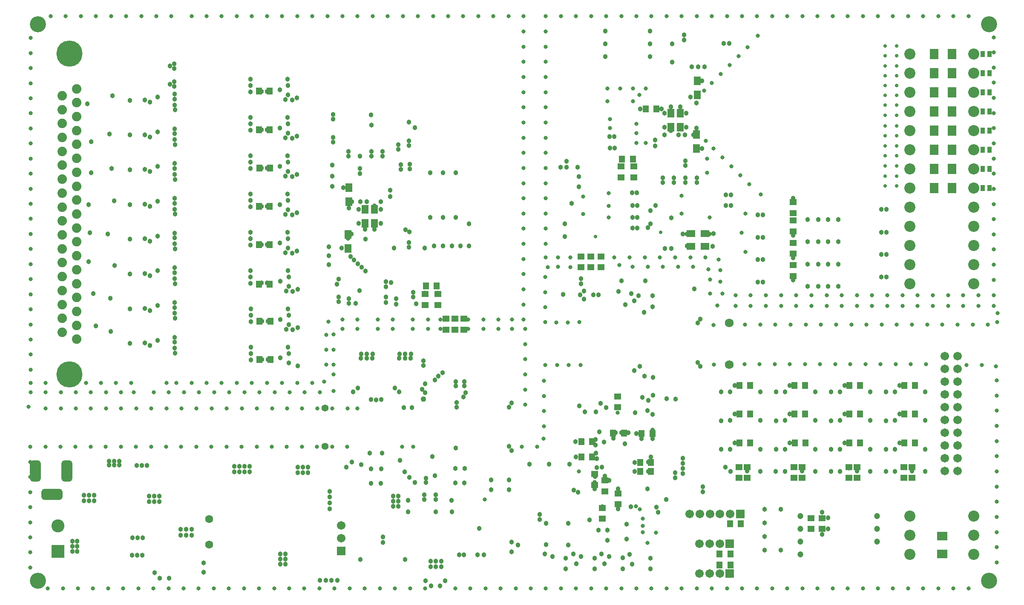
<source format=gbs>
G04 Layer_Color=16711935*
%FSLAX25Y25*%
%MOIN*%
G70*
G01*
G75*
%ADD181R,0.04800X0.05800*%
%ADD182R,0.06800X0.05800*%
%ADD183R,0.05800X0.04800*%
%ADD185R,0.03556X0.04737*%
%ADD191R,0.05800X0.06800*%
%ADD197R,0.07887X0.07099*%
%ADD200R,0.07099X0.07887*%
%ADD210C,0.02800*%
%ADD218R,0.10249X0.10249*%
%ADD219C,0.10249*%
%ADD220C,0.06706*%
%ADD221R,0.06706X0.06706*%
%ADD222C,0.05524*%
%ADD223C,0.06800*%
%ADD224C,0.06300*%
%ADD225C,0.04737*%
%ADD226C,0.12611*%
G04:AMPARAMS|DCode=227|XSize=86.74mil|YSize=165.48mil|CornerRadius=23.68mil|HoleSize=0mil|Usage=FLASHONLY|Rotation=270.000|XOffset=0mil|YOffset=0mil|HoleType=Round|Shape=RoundedRectangle|*
%AMROUNDEDRECTD227*
21,1,0.08674,0.11811,0,0,270.0*
21,1,0.03937,0.16548,0,0,270.0*
1,1,0.04737,-0.05905,-0.01968*
1,1,0.04737,-0.05905,0.01968*
1,1,0.04737,0.05905,0.01968*
1,1,0.04737,0.05905,-0.01968*
%
%ADD227ROUNDEDRECTD227*%
G04:AMPARAMS|DCode=228|XSize=165.48mil|YSize=86.74mil|CornerRadius=23.68mil|HoleSize=0mil|Usage=FLASHONLY|Rotation=270.000|XOffset=0mil|YOffset=0mil|HoleType=Round|Shape=RoundedRectangle|*
%AMROUNDEDRECTD228*
21,1,0.16548,0.03937,0,0,270.0*
21,1,0.11811,0.08674,0,0,270.0*
1,1,0.04737,-0.01968,-0.05905*
1,1,0.04737,-0.01968,0.05905*
1,1,0.04737,0.01968,0.05905*
1,1,0.04737,0.01968,-0.05905*
%
%ADD228ROUNDEDRECTD228*%
%ADD229R,0.06706X0.06706*%
%ADD230C,0.08674*%
%ADD231C,0.07453*%
%ADD232C,0.20485*%
%ADD233C,0.06706*%
%ADD234C,0.03800*%
%ADD235C,0.03300*%
%ADD236C,0.04300*%
D181*
X407700Y325500D02*
D03*
X416200D02*
D03*
X588200Y464000D02*
D03*
X579700D02*
D03*
X569700Y424900D02*
D03*
X561200D02*
D03*
X562800Y210200D02*
D03*
X554300D02*
D03*
X576600Y209800D02*
D03*
X585100D02*
D03*
X575400Y187200D02*
D03*
X583900D02*
D03*
X782121Y202450D02*
D03*
X790621D02*
D03*
X739121D02*
D03*
X747621D02*
D03*
X696500D02*
D03*
X705000D02*
D03*
X653121D02*
D03*
X661621D02*
D03*
X782121Y224950D02*
D03*
X790621D02*
D03*
X739121D02*
D03*
X747621D02*
D03*
X696121D02*
D03*
X704621D02*
D03*
X653121D02*
D03*
X661621D02*
D03*
X782121Y247450D02*
D03*
X790621D02*
D03*
X739121D02*
D03*
X747621D02*
D03*
X696121D02*
D03*
X704621D02*
D03*
X653121D02*
D03*
X661621D02*
D03*
X277600Y267737D02*
D03*
X286100D02*
D03*
X277600Y297737D02*
D03*
X286100D02*
D03*
X277100Y326637D02*
D03*
X285600D02*
D03*
X277100Y357737D02*
D03*
X285600D02*
D03*
X277100Y387737D02*
D03*
X285600D02*
D03*
X277400Y417737D02*
D03*
X285900D02*
D03*
X277100Y447737D02*
D03*
X285600D02*
D03*
X277100Y478037D02*
D03*
X285600D02*
D03*
X646100Y106900D02*
D03*
X637600D02*
D03*
X583900Y180100D02*
D03*
X575400D02*
D03*
X654300Y139100D02*
D03*
X645800D02*
D03*
X637600Y115300D02*
D03*
X646100D02*
D03*
X537900Y203300D02*
D03*
X529400D02*
D03*
X537900Y191400D02*
D03*
X529400D02*
D03*
D182*
X615349Y366282D02*
D03*
X626349D02*
D03*
Y356439D02*
D03*
X615349D02*
D03*
D183*
X407100Y310600D02*
D03*
Y319100D02*
D03*
X417100Y310600D02*
D03*
Y319100D02*
D03*
X529280Y340007D02*
D03*
Y348507D02*
D03*
X537030D02*
D03*
Y340007D02*
D03*
X544780D02*
D03*
Y348507D02*
D03*
X437450Y291257D02*
D03*
Y299757D02*
D03*
X423550Y291257D02*
D03*
Y299757D02*
D03*
X430500D02*
D03*
Y291257D02*
D03*
X659271Y183550D02*
D03*
Y175050D02*
D03*
X652879Y183550D02*
D03*
Y175050D02*
D03*
X695879Y183550D02*
D03*
Y175050D02*
D03*
X702271Y183550D02*
D03*
Y175050D02*
D03*
X738879Y183550D02*
D03*
Y175050D02*
D03*
X745271Y183550D02*
D03*
Y175050D02*
D03*
X788271Y183550D02*
D03*
Y175050D02*
D03*
X781879Y183550D02*
D03*
Y175050D02*
D03*
X560400Y419100D02*
D03*
Y410600D02*
D03*
X570400Y419100D02*
D03*
Y410600D02*
D03*
X558200Y154400D02*
D03*
Y162900D02*
D03*
X540000Y178000D02*
D03*
Y169500D02*
D03*
X717900Y135000D02*
D03*
Y143500D02*
D03*
X709100Y135000D02*
D03*
Y143500D02*
D03*
X695260Y376760D02*
D03*
Y368260D02*
D03*
Y333260D02*
D03*
Y341760D02*
D03*
Y382500D02*
D03*
Y391000D02*
D03*
Y350760D02*
D03*
Y359260D02*
D03*
X545800Y151600D02*
D03*
Y143100D02*
D03*
X547700Y164600D02*
D03*
Y173100D02*
D03*
X558000Y230400D02*
D03*
Y238900D02*
D03*
D185*
X843488Y492000D02*
D03*
X849000D02*
D03*
X843488Y402000D02*
D03*
X849000D02*
D03*
X843488Y417000D02*
D03*
X849000D02*
D03*
X843488Y432000D02*
D03*
X849000D02*
D03*
X843488Y447000D02*
D03*
X849000D02*
D03*
X843488Y462000D02*
D03*
X849000D02*
D03*
X843488Y477000D02*
D03*
X849000D02*
D03*
X843488Y507000D02*
D03*
X849000D02*
D03*
D191*
X620264Y474957D02*
D03*
Y485957D02*
D03*
X619600Y444200D02*
D03*
Y433200D02*
D03*
X599400Y460900D02*
D03*
Y449900D02*
D03*
X606800Y460900D02*
D03*
Y449900D02*
D03*
X346700Y354937D02*
D03*
Y365937D02*
D03*
X367600Y385537D02*
D03*
Y374537D02*
D03*
X360200Y385537D02*
D03*
Y374537D02*
D03*
X347400Y402300D02*
D03*
Y391300D02*
D03*
D197*
X812000Y129474D02*
D03*
Y115474D02*
D03*
D200*
X805500Y402000D02*
D03*
X819500D02*
D03*
X805500Y417000D02*
D03*
X819500D02*
D03*
X805500Y432000D02*
D03*
X819500D02*
D03*
X805500Y447000D02*
D03*
X819500D02*
D03*
X805500Y462000D02*
D03*
X819500D02*
D03*
X805500Y477000D02*
D03*
X819500D02*
D03*
X805500Y492000D02*
D03*
X819500D02*
D03*
Y507000D02*
D03*
X805500D02*
D03*
D210*
X767126Y403642D02*
D03*
X776230D02*
D03*
X767126Y411417D02*
D03*
X776230D02*
D03*
X767126Y419587D02*
D03*
X776230D02*
D03*
X767126Y427559D02*
D03*
X776230D02*
D03*
X767126Y435236D02*
D03*
X776230D02*
D03*
X767126Y443012D02*
D03*
X776230D02*
D03*
X767126Y450886D02*
D03*
X776230D02*
D03*
X767126Y458957D02*
D03*
X776230D02*
D03*
X767126Y467028D02*
D03*
X776230D02*
D03*
X767126Y474803D02*
D03*
X776230D02*
D03*
X767126Y482480D02*
D03*
X776230D02*
D03*
X767126Y490256D02*
D03*
X776230D02*
D03*
X767126Y497933D02*
D03*
X776230D02*
D03*
X767126Y505709D02*
D03*
X776230D02*
D03*
Y513484D02*
D03*
X767126D02*
D03*
X591500Y367504D02*
D03*
X540500Y364000D02*
D03*
D218*
X120010Y117610D02*
D03*
D219*
Y137295D02*
D03*
D220*
X622015Y100000D02*
D03*
X629889D02*
D03*
X637763D02*
D03*
X622015Y123400D02*
D03*
X629889D02*
D03*
X637763D02*
D03*
X341500Y127800D02*
D03*
Y137800D02*
D03*
X622204Y146800D02*
D03*
X630078D02*
D03*
X637952D02*
D03*
X645826D02*
D03*
X614330D02*
D03*
D221*
X645637Y100000D02*
D03*
Y123400D02*
D03*
X653700Y146800D02*
D03*
D222*
X328900Y229800D02*
D03*
Y199800D02*
D03*
D223*
X645100Y263700D02*
D03*
Y296600D02*
D03*
D224*
X238200Y122800D02*
D03*
Y142800D02*
D03*
D225*
X760700Y145000D02*
D03*
Y135000D02*
D03*
Y125000D02*
D03*
X700700Y115000D02*
D03*
Y125000D02*
D03*
Y135000D02*
D03*
Y145000D02*
D03*
D226*
X848425Y94488D02*
D03*
X104331D02*
D03*
X104331Y530315D02*
D03*
X848425D02*
D03*
D227*
X115110Y162173D02*
D03*
D228*
X102118Y180283D02*
D03*
X126921D02*
D03*
D229*
X341500Y117800D02*
D03*
D230*
X786500Y144974D02*
D03*
Y129974D02*
D03*
Y114974D02*
D03*
X836500D02*
D03*
Y129974D02*
D03*
Y144974D02*
D03*
Y327000D02*
D03*
Y507000D02*
D03*
Y492000D02*
D03*
Y477000D02*
D03*
Y462000D02*
D03*
Y447000D02*
D03*
Y432000D02*
D03*
Y417000D02*
D03*
Y402000D02*
D03*
Y387000D02*
D03*
Y372000D02*
D03*
Y357000D02*
D03*
Y342000D02*
D03*
X786500Y327000D02*
D03*
Y342000D02*
D03*
Y357000D02*
D03*
Y372000D02*
D03*
Y387000D02*
D03*
Y402000D02*
D03*
Y417000D02*
D03*
Y432000D02*
D03*
Y447000D02*
D03*
Y462000D02*
D03*
Y477000D02*
D03*
Y492000D02*
D03*
Y507000D02*
D03*
D231*
X134500Y479937D02*
D03*
X123319Y474484D02*
D03*
X134500Y469031D02*
D03*
X123319Y463579D02*
D03*
X134500Y458126D02*
D03*
X123319Y452673D02*
D03*
X134500Y447221D02*
D03*
X123319Y441768D02*
D03*
X134500Y436315D02*
D03*
Y392693D02*
D03*
Y403598D02*
D03*
Y414504D02*
D03*
Y425410D02*
D03*
Y381787D02*
D03*
Y370882D02*
D03*
Y359976D02*
D03*
Y349071D02*
D03*
Y338165D02*
D03*
Y327260D02*
D03*
Y316354D02*
D03*
Y305449D02*
D03*
Y294543D02*
D03*
Y283638D02*
D03*
X123319Y289091D02*
D03*
Y299996D02*
D03*
Y310902D02*
D03*
Y321807D02*
D03*
Y332713D02*
D03*
Y343618D02*
D03*
Y354524D02*
D03*
Y365429D02*
D03*
Y376335D02*
D03*
Y387240D02*
D03*
Y398146D02*
D03*
Y409051D02*
D03*
Y419957D02*
D03*
Y430862D02*
D03*
D232*
X128909Y507417D02*
D03*
Y256157D02*
D03*
D233*
X824000Y180500D02*
D03*
X814000D02*
D03*
X824000Y190500D02*
D03*
X814000D02*
D03*
X824000Y200500D02*
D03*
X814000D02*
D03*
X824000Y210500D02*
D03*
X814000D02*
D03*
X824000Y220500D02*
D03*
X814000D02*
D03*
X824000Y230500D02*
D03*
X814000D02*
D03*
X824000Y240500D02*
D03*
X814000D02*
D03*
X824000Y250500D02*
D03*
X814000D02*
D03*
X824000Y260500D02*
D03*
X814000D02*
D03*
X824000Y270500D02*
D03*
X814000D02*
D03*
D234*
X397000Y230200D02*
D03*
X390600Y230100D02*
D03*
X412700Y191700D02*
D03*
X417100Y310600D02*
D03*
X407100D02*
D03*
X407700Y325500D02*
D03*
X406900Y319700D02*
D03*
X416200Y325500D02*
D03*
X416900Y319700D02*
D03*
X570400Y419100D02*
D03*
X569700Y424900D02*
D03*
X560400Y419100D02*
D03*
X561200Y424900D02*
D03*
X570400Y410600D02*
D03*
X560400D02*
D03*
X397800Y316800D02*
D03*
X538800Y318500D02*
D03*
X778471Y202500D02*
D03*
X767700Y180000D02*
D03*
X775000Y180100D02*
D03*
X767700Y197400D02*
D03*
X775000Y197500D02*
D03*
X149500Y294000D02*
D03*
X147500Y319500D02*
D03*
X144000Y344500D02*
D03*
X145000Y367000D02*
D03*
X144000Y389000D02*
D03*
X146000Y414000D02*
D03*
Y438500D02*
D03*
X143000Y468000D02*
D03*
X383000Y355000D02*
D03*
X407000D02*
D03*
X365300Y451537D02*
D03*
X365000Y459500D02*
D03*
X334500Y420000D02*
D03*
Y411500D02*
D03*
Y403500D02*
D03*
X332000Y342000D02*
D03*
Y349000D02*
D03*
Y356000D02*
D03*
X654300Y139100D02*
D03*
X475000Y117000D02*
D03*
X404800Y244400D02*
D03*
X396100Y272146D02*
D03*
X564800Y138700D02*
D03*
X550000Y126000D02*
D03*
Y134000D02*
D03*
X543000D02*
D03*
X536000Y142000D02*
D03*
X515100Y318700D02*
D03*
X531500Y315000D02*
D03*
Y321500D02*
D03*
X528500Y318400D02*
D03*
X529280Y327220D02*
D03*
Y331102D02*
D03*
X516500Y364000D02*
D03*
Y374000D02*
D03*
X518000Y423259D02*
D03*
X513241Y418500D02*
D03*
X527500Y403000D02*
D03*
Y411000D02*
D03*
X526500Y418500D02*
D03*
X518000D02*
D03*
X432000Y234200D02*
D03*
X352937Y311900D02*
D03*
X396000Y268642D02*
D03*
X339612Y330905D02*
D03*
X521740Y390000D02*
D03*
X406400Y158268D02*
D03*
Y161635D02*
D03*
X415500Y148600D02*
D03*
X391500Y268642D02*
D03*
X387000D02*
D03*
X366000Y268642D02*
D03*
X361500D02*
D03*
X357000D02*
D03*
X300500Y265237D02*
D03*
Y272537D02*
D03*
X300000Y277437D02*
D03*
X448100Y114700D02*
D03*
X453100Y114800D02*
D03*
X781879Y183550D02*
D03*
X738879Y182750D02*
D03*
X695879Y183550D02*
D03*
X652879D02*
D03*
X646300Y180050D02*
D03*
X642350Y183487D02*
D03*
X681400Y180050D02*
D03*
X688700Y180150D02*
D03*
X724700Y180000D02*
D03*
X732000Y180100D02*
D03*
X735471Y202500D02*
D03*
X732000Y197500D02*
D03*
X724700Y197400D02*
D03*
X692471Y202500D02*
D03*
X689000Y197500D02*
D03*
X681700Y197400D02*
D03*
X649471Y202500D02*
D03*
X646000Y197500D02*
D03*
X638700Y197400D02*
D03*
X649471Y225000D02*
D03*
X646000Y220000D02*
D03*
X638700Y219900D02*
D03*
X692471Y225000D02*
D03*
X689000Y220000D02*
D03*
X681700Y219900D02*
D03*
X735471Y225000D02*
D03*
X732000Y220000D02*
D03*
X724700Y219900D02*
D03*
X778471Y225000D02*
D03*
X775000Y220000D02*
D03*
X767700Y219900D02*
D03*
X778471Y247500D02*
D03*
X775000Y242500D02*
D03*
X767700Y242400D02*
D03*
X735471Y247500D02*
D03*
X732000Y242500D02*
D03*
X724700Y242400D02*
D03*
X692471Y247500D02*
D03*
X689000Y242500D02*
D03*
X681700Y242400D02*
D03*
X638700D02*
D03*
X646000Y242500D02*
D03*
X649471Y247500D02*
D03*
X755500Y197450D02*
D03*
X669500Y180050D02*
D03*
X712500D02*
D03*
X755500D02*
D03*
X798500Y197450D02*
D03*
Y180050D02*
D03*
X669500Y197450D02*
D03*
Y219950D02*
D03*
X712500Y197450D02*
D03*
Y219950D02*
D03*
X755500D02*
D03*
X798500D02*
D03*
Y242450D02*
D03*
X755500D02*
D03*
X712500D02*
D03*
X669500D02*
D03*
X659271Y180500D02*
D03*
X702271D02*
D03*
X745271D02*
D03*
X788271D02*
D03*
Y175050D02*
D03*
X781879D02*
D03*
X745271D02*
D03*
X738879D02*
D03*
X702271D02*
D03*
X695879D02*
D03*
X652879D02*
D03*
X659271D02*
D03*
X704621Y202450D02*
D03*
X661621D02*
D03*
Y224950D02*
D03*
Y247450D02*
D03*
X704621Y224950D02*
D03*
Y247450D02*
D03*
X747621D02*
D03*
Y224950D02*
D03*
Y202450D02*
D03*
X790621D02*
D03*
Y247450D02*
D03*
Y224950D02*
D03*
X564000Y310800D02*
D03*
X574108Y317700D02*
D03*
X578600Y304708D02*
D03*
X570800Y313936D02*
D03*
X568492Y319300D02*
D03*
X577200Y238000D02*
D03*
X585062Y309200D02*
D03*
Y317700D02*
D03*
X585562Y253781D02*
D03*
X585600Y239619D02*
D03*
X581300Y227900D02*
D03*
X585100Y224800D02*
D03*
X603200Y236900D02*
D03*
X596200Y237100D02*
D03*
X617700Y323100D02*
D03*
X579600Y329300D02*
D03*
X620562Y296400D02*
D03*
X622562Y299600D02*
D03*
X620562Y265600D02*
D03*
X622562Y262400D02*
D03*
X474900Y196500D02*
D03*
X472900Y199700D02*
D03*
X600600Y515200D02*
D03*
Y500800D02*
D03*
X610900Y423500D02*
D03*
X611000Y419700D02*
D03*
X581500Y371000D02*
D03*
X619600Y468752D02*
D03*
X614752Y473600D02*
D03*
X551823Y433487D02*
D03*
X555547D02*
D03*
X551497Y442445D02*
D03*
X555221D02*
D03*
X599766Y378717D02*
D03*
X594966Y354832D02*
D03*
X599766D02*
D03*
X569586Y370866D02*
D03*
X573310D02*
D03*
X569593Y379000D02*
D03*
X573317D02*
D03*
X573306Y388583D02*
D03*
X569582D02*
D03*
X569047Y398425D02*
D03*
X572771D02*
D03*
X583500Y384583D02*
D03*
X587500Y388583D02*
D03*
X642583Y388351D02*
D03*
X646583D02*
D03*
X642583Y396851D02*
D03*
X646583D02*
D03*
X593100Y410006D02*
D03*
Y406282D02*
D03*
X602000Y410006D02*
D03*
Y406282D02*
D03*
X610900Y410006D02*
D03*
Y406282D02*
D03*
X619800Y410006D02*
D03*
Y406282D02*
D03*
X592200Y464000D02*
D03*
X575400D02*
D03*
X617295Y443937D02*
D03*
X611648Y460900D02*
D03*
X599579Y447200D02*
D03*
X611648Y449900D02*
D03*
X594552D02*
D03*
X606800Y465748D02*
D03*
X594552Y460900D02*
D03*
X599400Y465748D02*
D03*
X587200Y435143D02*
D03*
Y439943D02*
D03*
X605484Y443937D02*
D03*
X594500D02*
D03*
X610421D02*
D03*
X619600Y448985D02*
D03*
X623948Y433137D02*
D03*
X548100Y505200D02*
D03*
Y515200D02*
D03*
Y525200D02*
D03*
X583100D02*
D03*
Y515200D02*
D03*
Y505200D02*
D03*
X610000Y518000D02*
D03*
Y522000D02*
D03*
X641000Y515400D02*
D03*
X645034D02*
D03*
X626000Y497000D02*
D03*
X621000D02*
D03*
X616000D02*
D03*
X542800Y318500D02*
D03*
X558500Y321000D02*
D03*
X561000Y329500D02*
D03*
X764358Y350000D02*
D03*
X768358D02*
D03*
X764358Y332500D02*
D03*
X768358D02*
D03*
X764358Y367500D02*
D03*
X768358D02*
D03*
X764358Y385500D02*
D03*
X768358D02*
D03*
X632787Y366282D02*
D03*
X608787Y366224D02*
D03*
X632268Y356439D02*
D03*
X612287Y356724D02*
D03*
X667500Y381000D02*
D03*
X671500D02*
D03*
X667500Y363500D02*
D03*
X671500D02*
D03*
X667500Y346000D02*
D03*
X671500D02*
D03*
Y328500D02*
D03*
X667500D02*
D03*
X730500Y325000D02*
D03*
X722500D02*
D03*
X715000D02*
D03*
X706500D02*
D03*
X695260Y341760D02*
D03*
Y330000D02*
D03*
X730500Y342500D02*
D03*
X722500D02*
D03*
X715000D02*
D03*
X706500D02*
D03*
X695260Y359260D02*
D03*
Y347500D02*
D03*
X730500Y360000D02*
D03*
X722500D02*
D03*
X715000D02*
D03*
X706500D02*
D03*
X695260Y376760D02*
D03*
Y365000D02*
D03*
Y382500D02*
D03*
Y394260D02*
D03*
X706500Y377500D02*
D03*
X715000D02*
D03*
X722500D02*
D03*
X730500D02*
D03*
X160200Y444600D02*
D03*
X162000Y417400D02*
D03*
X163800Y392100D02*
D03*
X158900Y366200D02*
D03*
X164300Y341400D02*
D03*
X160700Y315800D02*
D03*
X161200Y289700D02*
D03*
X162400Y474400D02*
D03*
X338229Y326798D02*
D03*
X441500Y374100D02*
D03*
Y356737D02*
D03*
X435000D02*
D03*
X360500Y337000D02*
D03*
X357500Y340000D02*
D03*
X343052Y402300D02*
D03*
X347400Y386452D02*
D03*
X368800Y236200D02*
D03*
X372748Y236307D02*
D03*
X364874D02*
D03*
X387100Y272146D02*
D03*
X391600D02*
D03*
X357100Y272146D02*
D03*
X361600D02*
D03*
X366100D02*
D03*
X356579Y391500D02*
D03*
X349705D02*
D03*
X360516Y362000D02*
D03*
X372500Y391500D02*
D03*
X361516D02*
D03*
X379800Y395494D02*
D03*
Y400294D02*
D03*
X399200Y449400D02*
D03*
X394576Y453924D02*
D03*
X356100Y413537D02*
D03*
Y417300D02*
D03*
X395000Y367800D02*
D03*
X391939Y369422D02*
D03*
X347200Y430755D02*
D03*
Y427031D02*
D03*
X356100D02*
D03*
X365100Y430755D02*
D03*
Y427031D02*
D03*
X373900Y430755D02*
D03*
Y427031D02*
D03*
X335176Y438099D02*
D03*
Y441824D02*
D03*
Y459935D02*
D03*
Y456211D02*
D03*
X386200Y432519D02*
D03*
Y436243D02*
D03*
X394576Y435499D02*
D03*
Y439224D02*
D03*
X388200Y420529D02*
D03*
Y416805D02*
D03*
X395200Y420855D02*
D03*
Y417131D02*
D03*
X207480Y497809D02*
D03*
X211024Y495841D02*
D03*
X211000Y499374D02*
D03*
Y481900D02*
D03*
X211024Y485433D02*
D03*
X207480Y483465D02*
D03*
X341888Y354980D02*
D03*
X428200Y356737D02*
D03*
X421200D02*
D03*
X414200D02*
D03*
X367600Y369689D02*
D03*
X372448Y374537D02*
D03*
X360200Y369689D02*
D03*
X355352Y374537D02*
D03*
X372448Y385537D02*
D03*
X355352D02*
D03*
X431300Y414237D02*
D03*
X421300D02*
D03*
X411300D02*
D03*
X438002Y250394D02*
D03*
Y247244D02*
D03*
X431102D02*
D03*
Y250394D02*
D03*
X400224Y311518D02*
D03*
X347399Y311881D02*
D03*
Y315605D02*
D03*
X339612Y313192D02*
D03*
Y316916D02*
D03*
X394400Y359543D02*
D03*
Y355819D02*
D03*
X380539Y328053D02*
D03*
X376602Y324904D02*
D03*
Y328841D02*
D03*
X384437Y310995D02*
D03*
X384390Y315325D02*
D03*
X376602Y316636D02*
D03*
X376650Y312305D02*
D03*
X355868Y321700D02*
D03*
X397800Y320300D02*
D03*
X472900Y230500D02*
D03*
X474900Y233700D02*
D03*
X437200Y238610D02*
D03*
X438976Y241732D02*
D03*
X383600Y245400D02*
D03*
X387000Y242300D02*
D03*
X354400Y245600D02*
D03*
X351000Y242400D02*
D03*
X612287Y366124D02*
D03*
X629387Y366224D02*
D03*
X347000Y362937D02*
D03*
X367421Y388237D02*
D03*
X411300Y379237D02*
D03*
X421300D02*
D03*
X431300D02*
D03*
X354600Y342912D02*
D03*
X351600Y345712D02*
D03*
X348700Y348412D02*
D03*
X624000Y486000D02*
D03*
X568100Y152400D02*
D03*
X585200Y212400D02*
D03*
X540000Y171500D02*
D03*
X540100Y176200D02*
D03*
X581900Y180200D02*
D03*
X581800Y187400D02*
D03*
X560800Y210300D02*
D03*
X556300D02*
D03*
X563500Y201800D02*
D03*
X357200Y185400D02*
D03*
X420700Y257600D02*
D03*
X417600Y254800D02*
D03*
X414700Y251800D02*
D03*
X176302Y280335D02*
D03*
X187900Y280637D02*
D03*
X198000Y282894D02*
D03*
X176302Y307549D02*
D03*
X187900Y307851D02*
D03*
X198000Y310108D02*
D03*
X176302Y334763D02*
D03*
X187900Y335066D02*
D03*
X198000Y337322D02*
D03*
X176302Y361978D02*
D03*
X187900Y362280D02*
D03*
X198000Y364536D02*
D03*
X176302Y389192D02*
D03*
X187900Y389494D02*
D03*
X198000Y391751D02*
D03*
X176302Y416406D02*
D03*
X187900Y416708D02*
D03*
X198000Y418965D02*
D03*
X176302Y443620D02*
D03*
X187900Y443923D02*
D03*
X198000Y446179D02*
D03*
Y473394D02*
D03*
X187900Y471137D02*
D03*
X176302Y470835D02*
D03*
X685500Y118500D02*
D03*
X685400Y150600D02*
D03*
X673000Y118400D02*
D03*
Y129000D02*
D03*
Y139800D02*
D03*
Y150500D02*
D03*
X545500Y183500D02*
D03*
X541500Y183000D02*
D03*
X547300Y203000D02*
D03*
X543600Y211000D02*
D03*
X571400Y226200D02*
D03*
X581700Y235800D02*
D03*
X458900Y173400D02*
D03*
Y165700D02*
D03*
X472900Y173400D02*
D03*
Y165700D02*
D03*
X569300Y107600D02*
D03*
X551147Y113577D02*
D03*
X547514Y107800D02*
D03*
X529146Y113577D02*
D03*
X525514Y107800D02*
D03*
X506746Y113477D02*
D03*
X414900Y176800D02*
D03*
X526800Y163800D02*
D03*
X523400Y165600D02*
D03*
X549000Y230100D02*
D03*
X581200Y166600D02*
D03*
X374100Y124501D02*
D03*
Y128801D02*
D03*
X479700Y122400D02*
D03*
X474800Y124900D02*
D03*
X608900Y190400D02*
D03*
Y186400D02*
D03*
Y182400D02*
D03*
Y178400D02*
D03*
X603000Y179000D02*
D03*
Y175000D02*
D03*
X624500Y168000D02*
D03*
Y164000D02*
D03*
X588358Y152000D02*
D03*
X497000Y146500D02*
D03*
Y142500D02*
D03*
X192000Y469437D02*
D03*
X211313Y471837D02*
D03*
Y467237D02*
D03*
Y475737D02*
D03*
X211413Y463337D02*
D03*
Y436123D02*
D03*
X211313Y448523D02*
D03*
Y440023D02*
D03*
Y444623D02*
D03*
X192000Y442223D02*
D03*
X211413Y408908D02*
D03*
X211313Y421308D02*
D03*
Y412808D02*
D03*
Y417408D02*
D03*
X192000Y415008D02*
D03*
X211413Y381694D02*
D03*
X211313Y394094D02*
D03*
Y385594D02*
D03*
Y390194D02*
D03*
X192000Y387794D02*
D03*
X211413Y354480D02*
D03*
X211313Y366880D02*
D03*
Y358380D02*
D03*
Y362980D02*
D03*
X192000Y360580D02*
D03*
X211413Y327266D02*
D03*
X211313Y339666D02*
D03*
Y331166D02*
D03*
Y335766D02*
D03*
X192000Y333366D02*
D03*
X211413Y300051D02*
D03*
X211313Y312451D02*
D03*
Y303951D02*
D03*
Y308551D02*
D03*
X192000Y306151D02*
D03*
X211413Y272837D02*
D03*
X211313Y285237D02*
D03*
Y276737D02*
D03*
Y281337D02*
D03*
X192000Y278937D02*
D03*
X279600Y267637D02*
D03*
X284100D02*
D03*
X271000Y277437D02*
D03*
Y267437D02*
D03*
Y272437D02*
D03*
X294000Y269037D02*
D03*
X307500Y262937D02*
D03*
X294000Y299037D02*
D03*
X300500Y295237D02*
D03*
Y302537D02*
D03*
X300000Y307437D02*
D03*
X298500Y291437D02*
D03*
X303600Y291137D02*
D03*
X307500Y292937D02*
D03*
X271000Y297437D02*
D03*
Y302437D02*
D03*
Y307437D02*
D03*
X283600Y327637D02*
D03*
X279100D02*
D03*
X270500Y337437D02*
D03*
Y332437D02*
D03*
Y327437D02*
D03*
X307500Y322937D02*
D03*
X303600Y321137D02*
D03*
X298500Y321437D02*
D03*
X300000Y337437D02*
D03*
X300500Y332537D02*
D03*
Y325237D02*
D03*
X294000Y329037D02*
D03*
X284100Y297637D02*
D03*
X279600D02*
D03*
X283600Y357637D02*
D03*
X279100D02*
D03*
X283600Y387637D02*
D03*
X279100D02*
D03*
X283600Y417637D02*
D03*
X279100D02*
D03*
X283600Y447637D02*
D03*
X279100D02*
D03*
X283600Y477896D02*
D03*
X279100D02*
D03*
X298000Y351437D02*
D03*
X299500Y367437D02*
D03*
X300000Y362537D02*
D03*
X303100Y351137D02*
D03*
X300000Y355237D02*
D03*
X307000Y352937D02*
D03*
X293500Y359037D02*
D03*
X298000Y381437D02*
D03*
X299500Y397437D02*
D03*
X300000Y392537D02*
D03*
X303100Y381137D02*
D03*
X300000Y385237D02*
D03*
X307000Y382937D02*
D03*
X293500Y389037D02*
D03*
X298000Y411437D02*
D03*
X299500Y427437D02*
D03*
X300000Y422537D02*
D03*
X303100Y411137D02*
D03*
X300000Y415237D02*
D03*
X307000Y412937D02*
D03*
X293500Y419037D02*
D03*
X298000Y441437D02*
D03*
X299500Y457437D02*
D03*
X300000Y452537D02*
D03*
X303100Y441137D02*
D03*
X300000Y445237D02*
D03*
X307000Y442937D02*
D03*
X293500Y449037D02*
D03*
X298000Y471437D02*
D03*
X299500Y487437D02*
D03*
X300000Y482537D02*
D03*
X303100Y471137D02*
D03*
X300000Y475237D02*
D03*
X307000Y472937D02*
D03*
X293500Y479037D02*
D03*
X270500Y357437D02*
D03*
Y362437D02*
D03*
Y367437D02*
D03*
Y387437D02*
D03*
Y392437D02*
D03*
Y397437D02*
D03*
Y417437D02*
D03*
Y422437D02*
D03*
Y427437D02*
D03*
Y447437D02*
D03*
Y452437D02*
D03*
Y457437D02*
D03*
Y477437D02*
D03*
Y482437D02*
D03*
Y487437D02*
D03*
X349400Y366037D02*
D03*
X215748Y134941D02*
D03*
X220128D02*
D03*
X224508D02*
D03*
Y130262D02*
D03*
X220128D02*
D03*
X215748D02*
D03*
X140059Y157185D02*
D03*
X144095D02*
D03*
X148130D02*
D03*
X159870Y188240D02*
D03*
X163905D02*
D03*
X167941D02*
D03*
X148130Y161319D02*
D03*
X144095D02*
D03*
X140059D02*
D03*
X168012Y185039D02*
D03*
X163976D02*
D03*
X159941D02*
D03*
X131201Y125591D02*
D03*
Y121555D02*
D03*
Y117520D02*
D03*
X134843Y125492D02*
D03*
Y121457D02*
D03*
Y117421D02*
D03*
X178051Y128051D02*
D03*
X182087D02*
D03*
X186122D02*
D03*
X177953Y114567D02*
D03*
X181988D02*
D03*
X186024D02*
D03*
X181595Y184744D02*
D03*
X185630D02*
D03*
X189665D02*
D03*
X233858Y108600D02*
D03*
Y101100D02*
D03*
X206988Y96311D02*
D03*
X195411Y100800D02*
D03*
X199592Y96319D02*
D03*
X191225Y160642D02*
D03*
X195261D02*
D03*
X199296D02*
D03*
Y156508D02*
D03*
X195261D02*
D03*
X191225D02*
D03*
X307575Y183398D02*
D03*
X311610D02*
D03*
X315646D02*
D03*
Y179264D02*
D03*
X311610D02*
D03*
X307575D02*
D03*
X269886Y179890D02*
D03*
X265850D02*
D03*
X261815D02*
D03*
Y184023D02*
D03*
X265850D02*
D03*
X269886D02*
D03*
X257779D02*
D03*
Y179890D02*
D03*
X356496Y111221D02*
D03*
X391535D02*
D03*
X324803Y94882D02*
D03*
X329396D02*
D03*
X333990D02*
D03*
X338583D02*
D03*
X332567Y150767D02*
D03*
Y155360D02*
D03*
Y159954D02*
D03*
Y164547D02*
D03*
X411800Y90319D02*
D03*
X418800D02*
D03*
X422981Y94500D02*
D03*
X407619D02*
D03*
X393720Y157500D02*
D03*
Y148600D02*
D03*
X427871Y157500D02*
D03*
X428182Y148600D02*
D03*
X372500Y170671D02*
D03*
X364920D02*
D03*
X345579Y183352D02*
D03*
X349760Y187533D02*
D03*
X387660Y188650D02*
D03*
X391339Y179921D02*
D03*
X395019Y175600D02*
D03*
X399200Y171419D02*
D03*
X430700Y171219D02*
D03*
X437900D02*
D03*
X488976Y185827D02*
D03*
X504331D02*
D03*
X520079D02*
D03*
X297942Y115441D02*
D03*
Y111406D02*
D03*
Y107370D02*
D03*
X293808D02*
D03*
Y111406D02*
D03*
Y115441D02*
D03*
X382058Y152810D02*
D03*
Y156845D02*
D03*
Y160880D02*
D03*
X386192D02*
D03*
Y156845D02*
D03*
Y152810D02*
D03*
X415500Y161635D02*
D03*
Y158268D02*
D03*
X411660Y105585D02*
D03*
X415695D02*
D03*
X419730D02*
D03*
Y109719D02*
D03*
X415695D02*
D03*
X411660D02*
D03*
X433858Y114900D02*
D03*
X437479D02*
D03*
X449500Y135600D02*
D03*
X430700Y182500D02*
D03*
X438100Y182600D02*
D03*
X431100Y198400D02*
D03*
X564700Y127200D02*
D03*
X407700Y171500D02*
D03*
Y174800D02*
D03*
X501900Y139400D02*
D03*
Y122615D02*
D03*
X500900Y115313D02*
D03*
X523300Y115413D02*
D03*
X545300D02*
D03*
X567086Y115213D02*
D03*
X561733Y112325D02*
D03*
X539866Y112010D02*
D03*
X517300Y112225D02*
D03*
Y103725D02*
D03*
X539866Y103925D02*
D03*
X561733D02*
D03*
X583385Y103936D02*
D03*
Y112125D02*
D03*
X578700Y254892D02*
D03*
X575292Y262496D02*
D03*
X570800Y259004D02*
D03*
X527808Y231301D02*
D03*
X532300Y226809D02*
D03*
X540800D02*
D03*
X544692Y233300D02*
D03*
X717900Y147992D02*
D03*
X722392Y143900D02*
D03*
Y135000D02*
D03*
X717900Y130819D02*
D03*
X583900Y191381D02*
D03*
X585100Y205619D02*
D03*
X572419Y209800D02*
D03*
X576600Y205619D02*
D03*
X566181Y210400D02*
D03*
X554611Y206019D02*
D03*
X519200Y139281D02*
D03*
Y122419D02*
D03*
X595900Y158200D02*
D03*
X571219Y187200D02*
D03*
Y180100D02*
D03*
X431900Y230300D02*
D03*
X405800Y263082D02*
D03*
Y266806D02*
D03*
X407200Y248800D02*
D03*
X407300Y241800D02*
D03*
X525100Y191400D02*
D03*
X524700Y203300D02*
D03*
X540500Y205100D02*
D03*
X540500Y200900D02*
D03*
X540900Y194400D02*
D03*
X541600Y190000D02*
D03*
X545800Y152500D02*
D03*
X547752Y164801D02*
D03*
X551200Y173100D02*
D03*
X547700Y176300D02*
D03*
X540000Y166400D02*
D03*
X558200D02*
D03*
Y150900D02*
D03*
X545800Y143100D02*
D03*
X364000Y194500D02*
D03*
X373500D02*
D03*
X365000Y182000D02*
D03*
X373000D02*
D03*
X589500Y148000D02*
D03*
X583600Y374200D02*
D03*
D235*
X633220Y263800D02*
D03*
X633020Y294800D02*
D03*
X625500Y478400D02*
D03*
X631500Y484400D02*
D03*
X638500Y491400D02*
D03*
X645500Y498400D02*
D03*
X652500Y505400D02*
D03*
X659500Y512400D02*
D03*
X667500Y521400D02*
D03*
X530900Y381900D02*
D03*
Y395400D02*
D03*
X551000Y379000D02*
D03*
Y388000D02*
D03*
Y398000D02*
D03*
X658000Y352000D02*
D03*
Y382000D02*
D03*
X655000Y367000D02*
D03*
X630000Y379000D02*
D03*
X608000Y382000D02*
D03*
Y396000D02*
D03*
X628000Y414000D02*
D03*
Y425000D02*
D03*
X670000Y397000D02*
D03*
X661000Y405000D02*
D03*
X654000Y412000D02*
D03*
X647000Y419000D02*
D03*
X640000Y426000D02*
D03*
X633000Y433000D02*
D03*
X627000Y439000D02*
D03*
X552000Y449000D02*
D03*
Y456000D02*
D03*
X580000Y437500D02*
D03*
X572500D02*
D03*
Y445000D02*
D03*
Y452500D02*
D03*
X575000Y475000D02*
D03*
X550000Y470000D02*
D03*
X570000D02*
D03*
X580000Y480000D02*
D03*
X570000D02*
D03*
X560000D02*
D03*
X550000D02*
D03*
X454000Y158000D02*
D03*
X577500Y132500D02*
D03*
Y137500D02*
D03*
Y143000D02*
D03*
X98228Y104823D02*
D03*
Y116634D02*
D03*
Y128445D02*
D03*
Y140256D02*
D03*
Y152067D02*
D03*
Y163878D02*
D03*
Y175689D02*
D03*
Y187500D02*
D03*
X831004Y263287D02*
D03*
X842815D02*
D03*
X832382Y88386D02*
D03*
X820571D02*
D03*
X785138D02*
D03*
X796949D02*
D03*
X808760D02*
D03*
X854626Y108849D02*
D03*
Y180128D02*
D03*
Y168248D02*
D03*
Y156368D02*
D03*
Y144488D02*
D03*
Y132608D02*
D03*
Y120729D02*
D03*
Y192008D02*
D03*
Y203888D02*
D03*
Y215768D02*
D03*
Y227648D02*
D03*
Y239528D02*
D03*
Y251408D02*
D03*
X853839Y262598D02*
D03*
X519652Y263583D02*
D03*
X510466D02*
D03*
X528839D02*
D03*
X799134Y263976D02*
D03*
X787298D02*
D03*
X775463D02*
D03*
X763628D02*
D03*
X751793D02*
D03*
X739958D02*
D03*
X728122D02*
D03*
X716287D02*
D03*
X704452D02*
D03*
X692617D02*
D03*
X680781D02*
D03*
X668946D02*
D03*
X657111D02*
D03*
X500000Y205807D02*
D03*
X501279Y263583D02*
D03*
X500197Y251093D02*
D03*
Y239213D02*
D03*
Y227333D02*
D03*
Y215453D02*
D03*
X482972Y199606D02*
D03*
X494783D02*
D03*
X397835Y199311D02*
D03*
X389173D02*
D03*
X334449D02*
D03*
X98228D02*
D03*
X110039D02*
D03*
X121850D02*
D03*
X133661D02*
D03*
X145472D02*
D03*
X157283D02*
D03*
X169095D02*
D03*
X180905D02*
D03*
X192717D02*
D03*
X204528D02*
D03*
X216339D02*
D03*
X228150D02*
D03*
X239961D02*
D03*
X251772D02*
D03*
X263583D02*
D03*
X275394D02*
D03*
X287205D02*
D03*
X299016D02*
D03*
X310827D02*
D03*
X322638D02*
D03*
X690650Y88386D02*
D03*
X678839D02*
D03*
X667028D02*
D03*
X655217D02*
D03*
X643405D02*
D03*
X631595D02*
D03*
X619783D02*
D03*
X607972D02*
D03*
X596161D02*
D03*
X584350D02*
D03*
X572539D02*
D03*
X560728D02*
D03*
X548917D02*
D03*
X537106D02*
D03*
X525295D02*
D03*
X501673D02*
D03*
X513484D02*
D03*
X489862D02*
D03*
X478051D02*
D03*
X466240D02*
D03*
X454429D02*
D03*
X442618D02*
D03*
X749705D02*
D03*
X737894D02*
D03*
X726083D02*
D03*
X714272D02*
D03*
X702461D02*
D03*
X761516D02*
D03*
X773327D02*
D03*
X359941D02*
D03*
X348130D02*
D03*
X336319D02*
D03*
X324508D02*
D03*
X312697D02*
D03*
X300886D02*
D03*
X289075D02*
D03*
X277264D02*
D03*
X265453D02*
D03*
X253642D02*
D03*
X241831D02*
D03*
X230020D02*
D03*
X218209D02*
D03*
X206398D02*
D03*
X194587D02*
D03*
X170965D02*
D03*
X182776D02*
D03*
X159153D02*
D03*
X147343D02*
D03*
X135531D02*
D03*
X123721D02*
D03*
X111909D02*
D03*
X430807D02*
D03*
X407185D02*
D03*
X395374D02*
D03*
X383563D02*
D03*
X371752D02*
D03*
X855118Y304134D02*
D03*
X854921Y296949D02*
D03*
X527756D02*
D03*
X518865Y296752D02*
D03*
X509974D02*
D03*
X635827Y310236D02*
D03*
X630217Y319390D02*
D03*
Y330413D02*
D03*
X628839Y338484D02*
D03*
X559252Y341634D02*
D03*
X569685Y340453D02*
D03*
X581496D02*
D03*
X593307D02*
D03*
X616929D02*
D03*
X605118D02*
D03*
X520866Y340256D02*
D03*
X511319Y340354D02*
D03*
X503150Y340059D02*
D03*
X501083Y332382D02*
D03*
Y320571D02*
D03*
Y296949D02*
D03*
Y308760D02*
D03*
X657559Y294980D02*
D03*
X669439D02*
D03*
X681319D02*
D03*
X693199D02*
D03*
X705079D02*
D03*
X716959D02*
D03*
X728839D02*
D03*
X752598D02*
D03*
X764478D02*
D03*
X740719D02*
D03*
X776358D02*
D03*
X788238D02*
D03*
X800118D02*
D03*
X811998D02*
D03*
X823878D02*
D03*
X835758D02*
D03*
X847638D02*
D03*
X650108Y309842D02*
D03*
X661988D02*
D03*
X673868D02*
D03*
X685748D02*
D03*
X697628D02*
D03*
X709508D02*
D03*
X721388D02*
D03*
X733268D02*
D03*
X757028D02*
D03*
X768908D02*
D03*
X745148D02*
D03*
X780788D02*
D03*
X792667D02*
D03*
X804547D02*
D03*
X816427D02*
D03*
X828307D02*
D03*
X840187D02*
D03*
X852067D02*
D03*
X638189Y328642D02*
D03*
Y337795D02*
D03*
X614764Y347716D02*
D03*
X626644D02*
D03*
X636713Y346260D02*
D03*
X555364Y347716D02*
D03*
X602884D02*
D03*
X591004D02*
D03*
X579124D02*
D03*
X567244D02*
D03*
X520866D02*
D03*
X511270D02*
D03*
X639764Y319390D02*
D03*
X852067Y318012D02*
D03*
X840187D02*
D03*
X828307D02*
D03*
X816427D02*
D03*
X804547D02*
D03*
X792667D02*
D03*
X780788D02*
D03*
X745148D02*
D03*
X768908D02*
D03*
X757028D02*
D03*
X733268D02*
D03*
X721388D02*
D03*
X709508D02*
D03*
X697628D02*
D03*
X685748D02*
D03*
X673868D02*
D03*
X661988D02*
D03*
X650108D02*
D03*
X852067Y520276D02*
D03*
Y508396D02*
D03*
Y496516D02*
D03*
Y484636D02*
D03*
Y472756D02*
D03*
Y460876D02*
D03*
Y448996D02*
D03*
Y413356D02*
D03*
Y437116D02*
D03*
Y425236D02*
D03*
Y401476D02*
D03*
Y389597D02*
D03*
Y377717D02*
D03*
Y365837D02*
D03*
Y353957D02*
D03*
Y342077D02*
D03*
Y330197D02*
D03*
X501673Y524734D02*
D03*
Y512854D02*
D03*
Y500974D02*
D03*
Y489094D02*
D03*
Y477214D02*
D03*
Y465335D02*
D03*
Y429695D02*
D03*
Y453455D02*
D03*
Y441575D02*
D03*
Y417815D02*
D03*
Y405935D02*
D03*
Y394055D02*
D03*
Y382175D02*
D03*
Y370295D02*
D03*
Y358415D02*
D03*
Y347716D02*
D03*
X832382Y536614D02*
D03*
X761516D02*
D03*
X773327D02*
D03*
X785138D02*
D03*
X796949D02*
D03*
X808760D02*
D03*
X820571D02*
D03*
X501673D02*
D03*
X513484D02*
D03*
X525295D02*
D03*
X537106D02*
D03*
X548917D02*
D03*
X572539D02*
D03*
X560728D02*
D03*
X584350D02*
D03*
X596161D02*
D03*
X607972D02*
D03*
X619783D02*
D03*
X631595D02*
D03*
X643405D02*
D03*
X655217D02*
D03*
X667028D02*
D03*
X678839D02*
D03*
X690650D02*
D03*
X702461D02*
D03*
X714272D02*
D03*
X726083D02*
D03*
X737894D02*
D03*
X749705D02*
D03*
X177165Y249410D02*
D03*
X96949Y230807D02*
D03*
X354331Y229331D02*
D03*
X334646D02*
D03*
X322835D02*
D03*
X311024D02*
D03*
X299213D02*
D03*
X287402D02*
D03*
X275590D02*
D03*
X263779D02*
D03*
X251969D02*
D03*
X240158D02*
D03*
X228346D02*
D03*
X216535D02*
D03*
X204724D02*
D03*
X192913D02*
D03*
X181102D02*
D03*
X169291D02*
D03*
X157480D02*
D03*
X145669D02*
D03*
X133858D02*
D03*
X122047D02*
D03*
X110236D02*
D03*
X179134Y242126D02*
D03*
X169291D02*
D03*
X157480D02*
D03*
X145669D02*
D03*
X133858D02*
D03*
X122047D02*
D03*
X110236D02*
D03*
X98425D02*
D03*
X485433Y232283D02*
D03*
Y244173D02*
D03*
Y256063D02*
D03*
Y267953D02*
D03*
Y279842D02*
D03*
Y291732D02*
D03*
X475197Y291732D02*
D03*
X464567D02*
D03*
X452756D02*
D03*
X440945D02*
D03*
X419050D02*
D03*
X409449D02*
D03*
X397638D02*
D03*
X381890D02*
D03*
X370079D02*
D03*
X354331D02*
D03*
X342520D02*
D03*
X335630Y287402D02*
D03*
Y275590D02*
D03*
Y263779D02*
D03*
X335600Y256200D02*
D03*
X335630Y243110D02*
D03*
X324803Y242126D02*
D03*
X312992D02*
D03*
X301181D02*
D03*
X289370D02*
D03*
X277559D02*
D03*
X265748D02*
D03*
X253937D02*
D03*
X242126D02*
D03*
X230315D02*
D03*
X218504D02*
D03*
X206693D02*
D03*
X194882D02*
D03*
X464567Y299016D02*
D03*
X452756D02*
D03*
X440945D02*
D03*
X419050D02*
D03*
X409449D02*
D03*
X397638D02*
D03*
X381890D02*
D03*
X370079D02*
D03*
X342520D02*
D03*
X354331D02*
D03*
X331496Y297441D02*
D03*
X329921Y287254D02*
D03*
Y275492D02*
D03*
Y263730D02*
D03*
X328248Y250492D02*
D03*
X318898Y249410D02*
D03*
X307087D02*
D03*
X295276D02*
D03*
X283465D02*
D03*
X271654D02*
D03*
X259842D02*
D03*
X248031D02*
D03*
X236221D02*
D03*
X224410D02*
D03*
X212598D02*
D03*
X204724D02*
D03*
X165354D02*
D03*
X153543D02*
D03*
X141732D02*
D03*
X110236D02*
D03*
X98425D02*
D03*
Y259842D02*
D03*
Y271654D02*
D03*
Y283465D02*
D03*
Y295276D02*
D03*
Y307087D02*
D03*
Y318898D02*
D03*
Y330709D02*
D03*
Y342520D02*
D03*
Y354331D02*
D03*
Y366142D02*
D03*
Y377953D02*
D03*
Y389764D02*
D03*
Y401575D02*
D03*
Y413386D02*
D03*
Y425197D02*
D03*
Y437008D02*
D03*
Y448819D02*
D03*
Y460630D02*
D03*
Y472441D02*
D03*
Y484252D02*
D03*
Y496063D02*
D03*
Y507874D02*
D03*
Y519685D02*
D03*
X475197Y299016D02*
D03*
X484252D02*
D03*
Y310896D02*
D03*
Y322776D02*
D03*
Y334655D02*
D03*
Y346535D02*
D03*
Y358415D02*
D03*
Y370295D02*
D03*
Y382175D02*
D03*
Y394055D02*
D03*
Y405935D02*
D03*
Y417815D02*
D03*
Y441575D02*
D03*
Y453455D02*
D03*
Y429695D02*
D03*
Y465335D02*
D03*
Y477214D02*
D03*
Y489094D02*
D03*
Y500974D02*
D03*
Y512854D02*
D03*
Y524734D02*
D03*
Y536614D02*
D03*
X472441Y536614D02*
D03*
X460630D02*
D03*
X448819D02*
D03*
X437008D02*
D03*
X425197D02*
D03*
X413386D02*
D03*
X401575D02*
D03*
X389764D02*
D03*
X377953D02*
D03*
X366142D02*
D03*
X354331D02*
D03*
X342520D02*
D03*
X330709D02*
D03*
X318898D02*
D03*
X307087D02*
D03*
X283465D02*
D03*
X295276D02*
D03*
X271654D02*
D03*
X259842D02*
D03*
X248031D02*
D03*
X236221D02*
D03*
X224410D02*
D03*
X208661D02*
D03*
X196850D02*
D03*
X185039D02*
D03*
X161417D02*
D03*
X173228D02*
D03*
X149606D02*
D03*
X137795D02*
D03*
X125984D02*
D03*
X114173D02*
D03*
X527600Y180000D02*
D03*
X581217Y124117D02*
D03*
X575200Y150500D02*
D03*
X572100Y152700D02*
D03*
X587700Y132200D02*
D03*
X557985Y238900D02*
D03*
X558000Y226000D02*
D03*
X346457Y229331D02*
D03*
X346260Y199311D02*
D03*
D236*
X405700Y236800D02*
D03*
M02*

</source>
